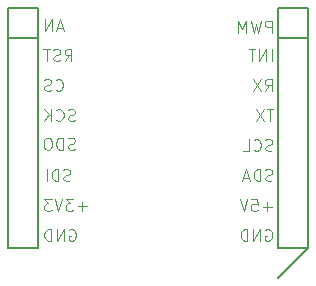
<source format=gbo>
G04 #@! TF.GenerationSoftware,KiCad,Pcbnew,8.0.6*
G04 #@! TF.CreationDate,2025-01-06T22:58:23-05:00*
G04 #@! TF.ProjectId,MikroBusCAN,4d696b72-6f42-4757-9343-414e2e6b6963,rev?*
G04 #@! TF.SameCoordinates,Original*
G04 #@! TF.FileFunction,Legend,Bot*
G04 #@! TF.FilePolarity,Positive*
%FSLAX46Y46*%
G04 Gerber Fmt 4.6, Leading zero omitted, Abs format (unit mm)*
G04 Created by KiCad (PCBNEW 8.0.6) date 2025-01-06 22:58:23*
%MOMM*%
%LPD*%
G01*
G04 APERTURE LIST*
%ADD10C,0.050000*%
%ADD11C,0.127000*%
G04 APERTURE END LIST*
D10*
X66272913Y-97725000D02*
X66130056Y-97772619D01*
X66130056Y-97772619D02*
X65891961Y-97772619D01*
X65891961Y-97772619D02*
X65796723Y-97725000D01*
X65796723Y-97725000D02*
X65749104Y-97677380D01*
X65749104Y-97677380D02*
X65701485Y-97582142D01*
X65701485Y-97582142D02*
X65701485Y-97486904D01*
X65701485Y-97486904D02*
X65749104Y-97391666D01*
X65749104Y-97391666D02*
X65796723Y-97344047D01*
X65796723Y-97344047D02*
X65891961Y-97296428D01*
X65891961Y-97296428D02*
X66082437Y-97248809D01*
X66082437Y-97248809D02*
X66177675Y-97201190D01*
X66177675Y-97201190D02*
X66225294Y-97153571D01*
X66225294Y-97153571D02*
X66272913Y-97058333D01*
X66272913Y-97058333D02*
X66272913Y-96963095D01*
X66272913Y-96963095D02*
X66225294Y-96867857D01*
X66225294Y-96867857D02*
X66177675Y-96820238D01*
X66177675Y-96820238D02*
X66082437Y-96772619D01*
X66082437Y-96772619D02*
X65844342Y-96772619D01*
X65844342Y-96772619D02*
X65701485Y-96820238D01*
X64701485Y-97677380D02*
X64749104Y-97725000D01*
X64749104Y-97725000D02*
X64891961Y-97772619D01*
X64891961Y-97772619D02*
X64987199Y-97772619D01*
X64987199Y-97772619D02*
X65130056Y-97725000D01*
X65130056Y-97725000D02*
X65225294Y-97629761D01*
X65225294Y-97629761D02*
X65272913Y-97534523D01*
X65272913Y-97534523D02*
X65320532Y-97344047D01*
X65320532Y-97344047D02*
X65320532Y-97201190D01*
X65320532Y-97201190D02*
X65272913Y-97010714D01*
X65272913Y-97010714D02*
X65225294Y-96915476D01*
X65225294Y-96915476D02*
X65130056Y-96820238D01*
X65130056Y-96820238D02*
X64987199Y-96772619D01*
X64987199Y-96772619D02*
X64891961Y-96772619D01*
X64891961Y-96772619D02*
X64749104Y-96820238D01*
X64749104Y-96820238D02*
X64701485Y-96867857D01*
X64272913Y-97772619D02*
X64272913Y-96772619D01*
X63701485Y-97772619D02*
X64130056Y-97201190D01*
X63701485Y-96772619D02*
X64272913Y-97344047D01*
X83087618Y-96772619D02*
X82516190Y-96772619D01*
X82801904Y-97772619D02*
X82801904Y-96772619D01*
X82278094Y-96772619D02*
X81611428Y-97772619D01*
X81611428Y-96772619D02*
X82278094Y-97772619D01*
X82420951Y-106980238D02*
X82516189Y-106932619D01*
X82516189Y-106932619D02*
X82659046Y-106932619D01*
X82659046Y-106932619D02*
X82801903Y-106980238D01*
X82801903Y-106980238D02*
X82897141Y-107075476D01*
X82897141Y-107075476D02*
X82944760Y-107170714D01*
X82944760Y-107170714D02*
X82992379Y-107361190D01*
X82992379Y-107361190D02*
X82992379Y-107504047D01*
X82992379Y-107504047D02*
X82944760Y-107694523D01*
X82944760Y-107694523D02*
X82897141Y-107789761D01*
X82897141Y-107789761D02*
X82801903Y-107885000D01*
X82801903Y-107885000D02*
X82659046Y-107932619D01*
X82659046Y-107932619D02*
X82563808Y-107932619D01*
X82563808Y-107932619D02*
X82420951Y-107885000D01*
X82420951Y-107885000D02*
X82373332Y-107837380D01*
X82373332Y-107837380D02*
X82373332Y-107504047D01*
X82373332Y-107504047D02*
X82563808Y-107504047D01*
X81944760Y-107932619D02*
X81944760Y-106932619D01*
X81944760Y-106932619D02*
X81373332Y-107932619D01*
X81373332Y-107932619D02*
X81373332Y-106932619D01*
X80897141Y-107932619D02*
X80897141Y-106932619D01*
X80897141Y-106932619D02*
X80659046Y-106932619D01*
X80659046Y-106932619D02*
X80516189Y-106980238D01*
X80516189Y-106980238D02*
X80420951Y-107075476D01*
X80420951Y-107075476D02*
X80373332Y-107170714D01*
X80373332Y-107170714D02*
X80325713Y-107361190D01*
X80325713Y-107361190D02*
X80325713Y-107504047D01*
X80325713Y-107504047D02*
X80373332Y-107694523D01*
X80373332Y-107694523D02*
X80420951Y-107789761D01*
X80420951Y-107789761D02*
X80516189Y-107885000D01*
X80516189Y-107885000D02*
X80659046Y-107932619D01*
X80659046Y-107932619D02*
X80897141Y-107932619D01*
X82373332Y-95232619D02*
X82706665Y-94756428D01*
X82944760Y-95232619D02*
X82944760Y-94232619D01*
X82944760Y-94232619D02*
X82563808Y-94232619D01*
X82563808Y-94232619D02*
X82468570Y-94280238D01*
X82468570Y-94280238D02*
X82420951Y-94327857D01*
X82420951Y-94327857D02*
X82373332Y-94423095D01*
X82373332Y-94423095D02*
X82373332Y-94565952D01*
X82373332Y-94565952D02*
X82420951Y-94661190D01*
X82420951Y-94661190D02*
X82468570Y-94708809D01*
X82468570Y-94708809D02*
X82563808Y-94756428D01*
X82563808Y-94756428D02*
X82944760Y-94756428D01*
X82039998Y-94232619D02*
X81373332Y-95232619D01*
X81373332Y-94232619D02*
X82039998Y-95232619D01*
X65415772Y-92692619D02*
X65749105Y-92216428D01*
X65987200Y-92692619D02*
X65987200Y-91692619D01*
X65987200Y-91692619D02*
X65606248Y-91692619D01*
X65606248Y-91692619D02*
X65511010Y-91740238D01*
X65511010Y-91740238D02*
X65463391Y-91787857D01*
X65463391Y-91787857D02*
X65415772Y-91883095D01*
X65415772Y-91883095D02*
X65415772Y-92025952D01*
X65415772Y-92025952D02*
X65463391Y-92121190D01*
X65463391Y-92121190D02*
X65511010Y-92168809D01*
X65511010Y-92168809D02*
X65606248Y-92216428D01*
X65606248Y-92216428D02*
X65987200Y-92216428D01*
X65034819Y-92645000D02*
X64891962Y-92692619D01*
X64891962Y-92692619D02*
X64653867Y-92692619D01*
X64653867Y-92692619D02*
X64558629Y-92645000D01*
X64558629Y-92645000D02*
X64511010Y-92597380D01*
X64511010Y-92597380D02*
X64463391Y-92502142D01*
X64463391Y-92502142D02*
X64463391Y-92406904D01*
X64463391Y-92406904D02*
X64511010Y-92311666D01*
X64511010Y-92311666D02*
X64558629Y-92264047D01*
X64558629Y-92264047D02*
X64653867Y-92216428D01*
X64653867Y-92216428D02*
X64844343Y-92168809D01*
X64844343Y-92168809D02*
X64939581Y-92121190D01*
X64939581Y-92121190D02*
X64987200Y-92073571D01*
X64987200Y-92073571D02*
X65034819Y-91978333D01*
X65034819Y-91978333D02*
X65034819Y-91883095D01*
X65034819Y-91883095D02*
X64987200Y-91787857D01*
X64987200Y-91787857D02*
X64939581Y-91740238D01*
X64939581Y-91740238D02*
X64844343Y-91692619D01*
X64844343Y-91692619D02*
X64606248Y-91692619D01*
X64606248Y-91692619D02*
X64463391Y-91740238D01*
X64177676Y-91692619D02*
X63606248Y-91692619D01*
X63891962Y-92692619D02*
X63891962Y-91692619D01*
X65225295Y-89866904D02*
X64749105Y-89866904D01*
X65320533Y-90152619D02*
X64987200Y-89152619D01*
X64987200Y-89152619D02*
X64653867Y-90152619D01*
X64320533Y-90152619D02*
X64320533Y-89152619D01*
X64320533Y-89152619D02*
X63749105Y-90152619D01*
X63749105Y-90152619D02*
X63749105Y-89152619D01*
X67272914Y-104986266D02*
X66511010Y-104986266D01*
X66891962Y-105367219D02*
X66891962Y-104605314D01*
X66130057Y-104367219D02*
X65511010Y-104367219D01*
X65511010Y-104367219D02*
X65844343Y-104748171D01*
X65844343Y-104748171D02*
X65701486Y-104748171D01*
X65701486Y-104748171D02*
X65606248Y-104795790D01*
X65606248Y-104795790D02*
X65558629Y-104843409D01*
X65558629Y-104843409D02*
X65511010Y-104938647D01*
X65511010Y-104938647D02*
X65511010Y-105176742D01*
X65511010Y-105176742D02*
X65558629Y-105271980D01*
X65558629Y-105271980D02*
X65606248Y-105319600D01*
X65606248Y-105319600D02*
X65701486Y-105367219D01*
X65701486Y-105367219D02*
X65987200Y-105367219D01*
X65987200Y-105367219D02*
X66082438Y-105319600D01*
X66082438Y-105319600D02*
X66130057Y-105271980D01*
X65225295Y-104367219D02*
X64891962Y-105367219D01*
X64891962Y-105367219D02*
X64558629Y-104367219D01*
X64320533Y-104367219D02*
X63701486Y-104367219D01*
X63701486Y-104367219D02*
X64034819Y-104748171D01*
X64034819Y-104748171D02*
X63891962Y-104748171D01*
X63891962Y-104748171D02*
X63796724Y-104795790D01*
X63796724Y-104795790D02*
X63749105Y-104843409D01*
X63749105Y-104843409D02*
X63701486Y-104938647D01*
X63701486Y-104938647D02*
X63701486Y-105176742D01*
X63701486Y-105176742D02*
X63749105Y-105271980D01*
X63749105Y-105271980D02*
X63796724Y-105319600D01*
X63796724Y-105319600D02*
X63891962Y-105367219D01*
X63891962Y-105367219D02*
X64177676Y-105367219D01*
X64177676Y-105367219D02*
X64272914Y-105319600D01*
X64272914Y-105319600D02*
X64320533Y-105271980D01*
X65796723Y-106980238D02*
X65891961Y-106932619D01*
X65891961Y-106932619D02*
X66034818Y-106932619D01*
X66034818Y-106932619D02*
X66177675Y-106980238D01*
X66177675Y-106980238D02*
X66272913Y-107075476D01*
X66272913Y-107075476D02*
X66320532Y-107170714D01*
X66320532Y-107170714D02*
X66368151Y-107361190D01*
X66368151Y-107361190D02*
X66368151Y-107504047D01*
X66368151Y-107504047D02*
X66320532Y-107694523D01*
X66320532Y-107694523D02*
X66272913Y-107789761D01*
X66272913Y-107789761D02*
X66177675Y-107885000D01*
X66177675Y-107885000D02*
X66034818Y-107932619D01*
X66034818Y-107932619D02*
X65939580Y-107932619D01*
X65939580Y-107932619D02*
X65796723Y-107885000D01*
X65796723Y-107885000D02*
X65749104Y-107837380D01*
X65749104Y-107837380D02*
X65749104Y-107504047D01*
X65749104Y-107504047D02*
X65939580Y-107504047D01*
X65320532Y-107932619D02*
X65320532Y-106932619D01*
X65320532Y-106932619D02*
X64749104Y-107932619D01*
X64749104Y-107932619D02*
X64749104Y-106932619D01*
X64272913Y-107932619D02*
X64272913Y-106932619D01*
X64272913Y-106932619D02*
X64034818Y-106932619D01*
X64034818Y-106932619D02*
X63891961Y-106980238D01*
X63891961Y-106980238D02*
X63796723Y-107075476D01*
X63796723Y-107075476D02*
X63749104Y-107170714D01*
X63749104Y-107170714D02*
X63701485Y-107361190D01*
X63701485Y-107361190D02*
X63701485Y-107504047D01*
X63701485Y-107504047D02*
X63749104Y-107694523D01*
X63749104Y-107694523D02*
X63796723Y-107789761D01*
X63796723Y-107789761D02*
X63891961Y-107885000D01*
X63891961Y-107885000D02*
X64034818Y-107932619D01*
X64034818Y-107932619D02*
X64272913Y-107932619D01*
X65889008Y-102805000D02*
X65746151Y-102852619D01*
X65746151Y-102852619D02*
X65508056Y-102852619D01*
X65508056Y-102852619D02*
X65412818Y-102805000D01*
X65412818Y-102805000D02*
X65365199Y-102757380D01*
X65365199Y-102757380D02*
X65317580Y-102662142D01*
X65317580Y-102662142D02*
X65317580Y-102566904D01*
X65317580Y-102566904D02*
X65365199Y-102471666D01*
X65365199Y-102471666D02*
X65412818Y-102424047D01*
X65412818Y-102424047D02*
X65508056Y-102376428D01*
X65508056Y-102376428D02*
X65698532Y-102328809D01*
X65698532Y-102328809D02*
X65793770Y-102281190D01*
X65793770Y-102281190D02*
X65841389Y-102233571D01*
X65841389Y-102233571D02*
X65889008Y-102138333D01*
X65889008Y-102138333D02*
X65889008Y-102043095D01*
X65889008Y-102043095D02*
X65841389Y-101947857D01*
X65841389Y-101947857D02*
X65793770Y-101900238D01*
X65793770Y-101900238D02*
X65698532Y-101852619D01*
X65698532Y-101852619D02*
X65460437Y-101852619D01*
X65460437Y-101852619D02*
X65317580Y-101900238D01*
X64889008Y-102852619D02*
X64889008Y-101852619D01*
X64889008Y-101852619D02*
X64650913Y-101852619D01*
X64650913Y-101852619D02*
X64508056Y-101900238D01*
X64508056Y-101900238D02*
X64412818Y-101995476D01*
X64412818Y-101995476D02*
X64365199Y-102090714D01*
X64365199Y-102090714D02*
X64317580Y-102281190D01*
X64317580Y-102281190D02*
X64317580Y-102424047D01*
X64317580Y-102424047D02*
X64365199Y-102614523D01*
X64365199Y-102614523D02*
X64412818Y-102709761D01*
X64412818Y-102709761D02*
X64508056Y-102805000D01*
X64508056Y-102805000D02*
X64650913Y-102852619D01*
X64650913Y-102852619D02*
X64889008Y-102852619D01*
X63889008Y-102852619D02*
X63889008Y-101852619D01*
X82992380Y-102805000D02*
X82849523Y-102852619D01*
X82849523Y-102852619D02*
X82611428Y-102852619D01*
X82611428Y-102852619D02*
X82516190Y-102805000D01*
X82516190Y-102805000D02*
X82468571Y-102757380D01*
X82468571Y-102757380D02*
X82420952Y-102662142D01*
X82420952Y-102662142D02*
X82420952Y-102566904D01*
X82420952Y-102566904D02*
X82468571Y-102471666D01*
X82468571Y-102471666D02*
X82516190Y-102424047D01*
X82516190Y-102424047D02*
X82611428Y-102376428D01*
X82611428Y-102376428D02*
X82801904Y-102328809D01*
X82801904Y-102328809D02*
X82897142Y-102281190D01*
X82897142Y-102281190D02*
X82944761Y-102233571D01*
X82944761Y-102233571D02*
X82992380Y-102138333D01*
X82992380Y-102138333D02*
X82992380Y-102043095D01*
X82992380Y-102043095D02*
X82944761Y-101947857D01*
X82944761Y-101947857D02*
X82897142Y-101900238D01*
X82897142Y-101900238D02*
X82801904Y-101852619D01*
X82801904Y-101852619D02*
X82563809Y-101852619D01*
X82563809Y-101852619D02*
X82420952Y-101900238D01*
X81992380Y-102852619D02*
X81992380Y-101852619D01*
X81992380Y-101852619D02*
X81754285Y-101852619D01*
X81754285Y-101852619D02*
X81611428Y-101900238D01*
X81611428Y-101900238D02*
X81516190Y-101995476D01*
X81516190Y-101995476D02*
X81468571Y-102090714D01*
X81468571Y-102090714D02*
X81420952Y-102281190D01*
X81420952Y-102281190D02*
X81420952Y-102424047D01*
X81420952Y-102424047D02*
X81468571Y-102614523D01*
X81468571Y-102614523D02*
X81516190Y-102709761D01*
X81516190Y-102709761D02*
X81611428Y-102805000D01*
X81611428Y-102805000D02*
X81754285Y-102852619D01*
X81754285Y-102852619D02*
X81992380Y-102852619D01*
X81039999Y-102566904D02*
X80563809Y-102566904D01*
X81135237Y-102852619D02*
X80801904Y-101852619D01*
X80801904Y-101852619D02*
X80468571Y-102852619D01*
X82992379Y-100265000D02*
X82849522Y-100312619D01*
X82849522Y-100312619D02*
X82611427Y-100312619D01*
X82611427Y-100312619D02*
X82516189Y-100265000D01*
X82516189Y-100265000D02*
X82468570Y-100217380D01*
X82468570Y-100217380D02*
X82420951Y-100122142D01*
X82420951Y-100122142D02*
X82420951Y-100026904D01*
X82420951Y-100026904D02*
X82468570Y-99931666D01*
X82468570Y-99931666D02*
X82516189Y-99884047D01*
X82516189Y-99884047D02*
X82611427Y-99836428D01*
X82611427Y-99836428D02*
X82801903Y-99788809D01*
X82801903Y-99788809D02*
X82897141Y-99741190D01*
X82897141Y-99741190D02*
X82944760Y-99693571D01*
X82944760Y-99693571D02*
X82992379Y-99598333D01*
X82992379Y-99598333D02*
X82992379Y-99503095D01*
X82992379Y-99503095D02*
X82944760Y-99407857D01*
X82944760Y-99407857D02*
X82897141Y-99360238D01*
X82897141Y-99360238D02*
X82801903Y-99312619D01*
X82801903Y-99312619D02*
X82563808Y-99312619D01*
X82563808Y-99312619D02*
X82420951Y-99360238D01*
X81420951Y-100217380D02*
X81468570Y-100265000D01*
X81468570Y-100265000D02*
X81611427Y-100312619D01*
X81611427Y-100312619D02*
X81706665Y-100312619D01*
X81706665Y-100312619D02*
X81849522Y-100265000D01*
X81849522Y-100265000D02*
X81944760Y-100169761D01*
X81944760Y-100169761D02*
X81992379Y-100074523D01*
X81992379Y-100074523D02*
X82039998Y-99884047D01*
X82039998Y-99884047D02*
X82039998Y-99741190D01*
X82039998Y-99741190D02*
X81992379Y-99550714D01*
X81992379Y-99550714D02*
X81944760Y-99455476D01*
X81944760Y-99455476D02*
X81849522Y-99360238D01*
X81849522Y-99360238D02*
X81706665Y-99312619D01*
X81706665Y-99312619D02*
X81611427Y-99312619D01*
X81611427Y-99312619D02*
X81468570Y-99360238D01*
X81468570Y-99360238D02*
X81420951Y-99407857D01*
X80516189Y-100312619D02*
X80992379Y-100312619D01*
X80992379Y-100312619D02*
X80992379Y-99312619D01*
X82944761Y-90279619D02*
X82944761Y-89279619D01*
X82944761Y-89279619D02*
X82563809Y-89279619D01*
X82563809Y-89279619D02*
X82468571Y-89327238D01*
X82468571Y-89327238D02*
X82420952Y-89374857D01*
X82420952Y-89374857D02*
X82373333Y-89470095D01*
X82373333Y-89470095D02*
X82373333Y-89612952D01*
X82373333Y-89612952D02*
X82420952Y-89708190D01*
X82420952Y-89708190D02*
X82468571Y-89755809D01*
X82468571Y-89755809D02*
X82563809Y-89803428D01*
X82563809Y-89803428D02*
X82944761Y-89803428D01*
X82039999Y-89279619D02*
X81801904Y-90279619D01*
X81801904Y-90279619D02*
X81611428Y-89565333D01*
X81611428Y-89565333D02*
X81420952Y-90279619D01*
X81420952Y-90279619D02*
X81182857Y-89279619D01*
X80801904Y-90279619D02*
X80801904Y-89279619D01*
X80801904Y-89279619D02*
X80468571Y-89993904D01*
X80468571Y-89993904D02*
X80135238Y-89279619D01*
X80135238Y-89279619D02*
X80135238Y-90279619D01*
X66274723Y-100150000D02*
X66131866Y-100197619D01*
X66131866Y-100197619D02*
X65893771Y-100197619D01*
X65893771Y-100197619D02*
X65798533Y-100150000D01*
X65798533Y-100150000D02*
X65750914Y-100102380D01*
X65750914Y-100102380D02*
X65703295Y-100007142D01*
X65703295Y-100007142D02*
X65703295Y-99911904D01*
X65703295Y-99911904D02*
X65750914Y-99816666D01*
X65750914Y-99816666D02*
X65798533Y-99769047D01*
X65798533Y-99769047D02*
X65893771Y-99721428D01*
X65893771Y-99721428D02*
X66084247Y-99673809D01*
X66084247Y-99673809D02*
X66179485Y-99626190D01*
X66179485Y-99626190D02*
X66227104Y-99578571D01*
X66227104Y-99578571D02*
X66274723Y-99483333D01*
X66274723Y-99483333D02*
X66274723Y-99388095D01*
X66274723Y-99388095D02*
X66227104Y-99292857D01*
X66227104Y-99292857D02*
X66179485Y-99245238D01*
X66179485Y-99245238D02*
X66084247Y-99197619D01*
X66084247Y-99197619D02*
X65846152Y-99197619D01*
X65846152Y-99197619D02*
X65703295Y-99245238D01*
X65274723Y-100197619D02*
X65274723Y-99197619D01*
X65274723Y-99197619D02*
X65036628Y-99197619D01*
X65036628Y-99197619D02*
X64893771Y-99245238D01*
X64893771Y-99245238D02*
X64798533Y-99340476D01*
X64798533Y-99340476D02*
X64750914Y-99435714D01*
X64750914Y-99435714D02*
X64703295Y-99626190D01*
X64703295Y-99626190D02*
X64703295Y-99769047D01*
X64703295Y-99769047D02*
X64750914Y-99959523D01*
X64750914Y-99959523D02*
X64798533Y-100054761D01*
X64798533Y-100054761D02*
X64893771Y-100150000D01*
X64893771Y-100150000D02*
X65036628Y-100197619D01*
X65036628Y-100197619D02*
X65274723Y-100197619D01*
X64084247Y-99197619D02*
X63893771Y-99197619D01*
X63893771Y-99197619D02*
X63798533Y-99245238D01*
X63798533Y-99245238D02*
X63703295Y-99340476D01*
X63703295Y-99340476D02*
X63655676Y-99530952D01*
X63655676Y-99530952D02*
X63655676Y-99864285D01*
X63655676Y-99864285D02*
X63703295Y-100054761D01*
X63703295Y-100054761D02*
X63798533Y-100150000D01*
X63798533Y-100150000D02*
X63893771Y-100197619D01*
X63893771Y-100197619D02*
X64084247Y-100197619D01*
X64084247Y-100197619D02*
X64179485Y-100150000D01*
X64179485Y-100150000D02*
X64274723Y-100054761D01*
X64274723Y-100054761D02*
X64322342Y-99864285D01*
X64322342Y-99864285D02*
X64322342Y-99530952D01*
X64322342Y-99530952D02*
X64274723Y-99340476D01*
X64274723Y-99340476D02*
X64179485Y-99245238D01*
X64179485Y-99245238D02*
X64084247Y-99197619D01*
X82944761Y-92692619D02*
X82944761Y-91692619D01*
X82468571Y-92692619D02*
X82468571Y-91692619D01*
X82468571Y-91692619D02*
X81897143Y-92692619D01*
X81897143Y-92692619D02*
X81897143Y-91692619D01*
X81563809Y-91692619D02*
X80992381Y-91692619D01*
X81278095Y-92692619D02*
X81278095Y-91692619D01*
X82944760Y-105011666D02*
X82182856Y-105011666D01*
X82563808Y-105392619D02*
X82563808Y-104630714D01*
X81230475Y-104392619D02*
X81706665Y-104392619D01*
X81706665Y-104392619D02*
X81754284Y-104868809D01*
X81754284Y-104868809D02*
X81706665Y-104821190D01*
X81706665Y-104821190D02*
X81611427Y-104773571D01*
X81611427Y-104773571D02*
X81373332Y-104773571D01*
X81373332Y-104773571D02*
X81278094Y-104821190D01*
X81278094Y-104821190D02*
X81230475Y-104868809D01*
X81230475Y-104868809D02*
X81182856Y-104964047D01*
X81182856Y-104964047D02*
X81182856Y-105202142D01*
X81182856Y-105202142D02*
X81230475Y-105297380D01*
X81230475Y-105297380D02*
X81278094Y-105345000D01*
X81278094Y-105345000D02*
X81373332Y-105392619D01*
X81373332Y-105392619D02*
X81611427Y-105392619D01*
X81611427Y-105392619D02*
X81706665Y-105345000D01*
X81706665Y-105345000D02*
X81754284Y-105297380D01*
X80897141Y-104392619D02*
X80563808Y-105392619D01*
X80563808Y-105392619D02*
X80230475Y-104392619D01*
X64653866Y-95111980D02*
X64701485Y-95159600D01*
X64701485Y-95159600D02*
X64844342Y-95207219D01*
X64844342Y-95207219D02*
X64939580Y-95207219D01*
X64939580Y-95207219D02*
X65082437Y-95159600D01*
X65082437Y-95159600D02*
X65177675Y-95064361D01*
X65177675Y-95064361D02*
X65225294Y-94969123D01*
X65225294Y-94969123D02*
X65272913Y-94778647D01*
X65272913Y-94778647D02*
X65272913Y-94635790D01*
X65272913Y-94635790D02*
X65225294Y-94445314D01*
X65225294Y-94445314D02*
X65177675Y-94350076D01*
X65177675Y-94350076D02*
X65082437Y-94254838D01*
X65082437Y-94254838D02*
X64939580Y-94207219D01*
X64939580Y-94207219D02*
X64844342Y-94207219D01*
X64844342Y-94207219D02*
X64701485Y-94254838D01*
X64701485Y-94254838D02*
X64653866Y-94302457D01*
X64272913Y-95159600D02*
X64130056Y-95207219D01*
X64130056Y-95207219D02*
X63891961Y-95207219D01*
X63891961Y-95207219D02*
X63796723Y-95159600D01*
X63796723Y-95159600D02*
X63749104Y-95111980D01*
X63749104Y-95111980D02*
X63701485Y-95016742D01*
X63701485Y-95016742D02*
X63701485Y-94921504D01*
X63701485Y-94921504D02*
X63749104Y-94826266D01*
X63749104Y-94826266D02*
X63796723Y-94778647D01*
X63796723Y-94778647D02*
X63891961Y-94731028D01*
X63891961Y-94731028D02*
X64082437Y-94683409D01*
X64082437Y-94683409D02*
X64177675Y-94635790D01*
X64177675Y-94635790D02*
X64225294Y-94588171D01*
X64225294Y-94588171D02*
X64272913Y-94492933D01*
X64272913Y-94492933D02*
X64272913Y-94397695D01*
X64272913Y-94397695D02*
X64225294Y-94302457D01*
X64225294Y-94302457D02*
X64177675Y-94254838D01*
X64177675Y-94254838D02*
X64082437Y-94207219D01*
X64082437Y-94207219D02*
X63844342Y-94207219D01*
X63844342Y-94207219D02*
X63701485Y-94254838D01*
D11*
X60645200Y-88187600D02*
X60645200Y-90727600D01*
X60645200Y-90727600D02*
X60645200Y-108507600D01*
X60645200Y-90727600D02*
X63185200Y-90727600D01*
X60645200Y-108507600D02*
X63185200Y-108507600D01*
X63185200Y-88187600D02*
X60645200Y-88187600D01*
X63185200Y-90727600D02*
X63185200Y-88187600D01*
X63185200Y-108507600D02*
X63185200Y-90727600D01*
X83505200Y-88187600D02*
X83505200Y-90727600D01*
X83505200Y-88187600D02*
X86045200Y-88187600D01*
X83505200Y-90727600D02*
X83505200Y-108507600D01*
X83505200Y-90727600D02*
X86045200Y-90727600D01*
X83505200Y-108507600D02*
X86045200Y-108507600D01*
X86045200Y-88187600D02*
X86045200Y-108507600D01*
X86045200Y-108507600D02*
X83505200Y-111097600D01*
M02*

</source>
